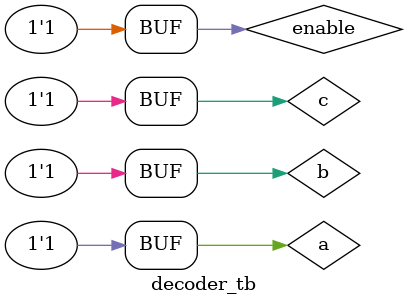
<source format=sv>
module decoder_tb;
// Inputs
reg enable;
reg a;
reg b;
reg c;
// Outputs
wire d0;
wire d1;
wire d2;
wire d3;
wire d4;
wire d5;
wire d6;
wire d7;
  
// Instantiate the Unit Under Test (UUT)
decoder_bh uut ( // change to “decoder_bh” for testing your behavioral model
  .enable(enable),
  .a(a),
  .b(b),
  .c(c),
  .d0(d0),
  .d1(d1),
  .d2(d2),
  .d3(d3),
  .d4(d4),
  .d5(d5),
  .d6(d6),
  .d7(d7)
);
  
initial begin
$dumpfile("dump.vcd"); $dumpvars;
  
enable = 1;
a = 0;
b = 0;
c = 0;
#100; // Wait for 100 ns
$display("TC11 ");
if ( d0 != 1'b1 ) $display ("Result is wrong");

a = 0;
b = 0;
c = 1;
#100;
$display("TC12 ");
if ( d1 != 1'b1 ) $display ("Result is wrong");

a = 0;
b = 1;
c = 0;
#100;
$display("TC13 ");
if ( d2 != 1'b1 ) $display ("Result is wrong");

a = 0;
b = 1;
c = 1;
#100;
$display("TC14 ");
if ( d3 != 1'b1 ) $display ("Result is wrong");

a = 1;
b = 0;
c = 0;
#100;
$display("TC15 ");
if ( d4 != 1'b1 ) $display ("Result is wrong");

a = 1;
b = 0;
c = 1;
#100;
$display("TC16 ");
if ( d5 != 1'b1 ) $display ("Result is wrong");

a = 1;
b = 1;
c = 0;
#100;
$display("TC17 ");
if ( d6 != 1'b1 ) $display ("Result is wrong");

a = 1;
b = 1;
c = 1;
#100;
$display("TC18 ");
if ( d7 != 1'b1 ) $display ("Result is wrong");

	end
endmodule

</source>
